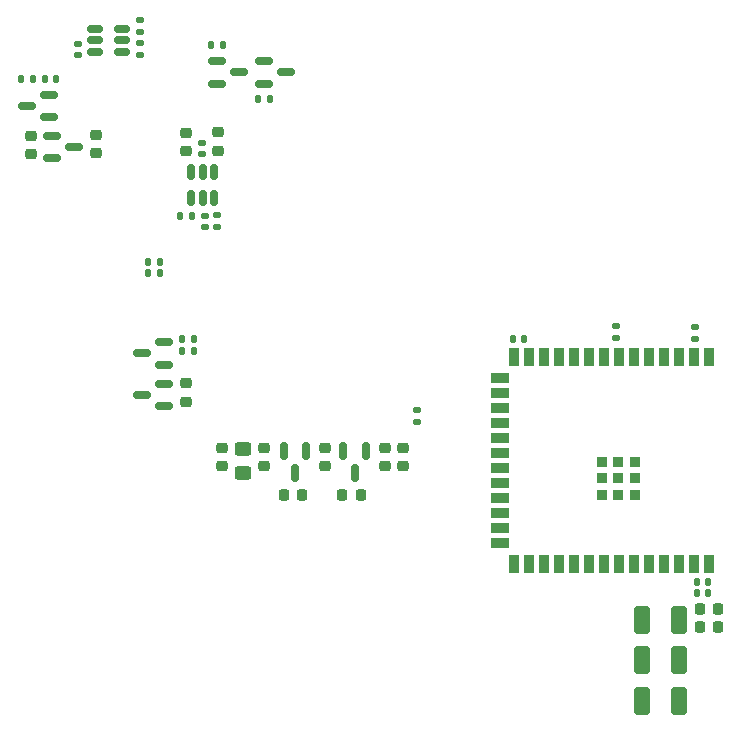
<source format=gbp>
%TF.GenerationSoftware,KiCad,Pcbnew,(7.0.0-93-gc189053ee5-dirty)*%
%TF.CreationDate,2023-02-21T15:15:17-08:00*%
%TF.ProjectId,ai-camera,61692d63-616d-4657-9261-2e6b69636164,rev1*%
%TF.SameCoordinates,PX5a995c0PY2aea540*%
%TF.FileFunction,Paste,Bot*%
%TF.FilePolarity,Positive*%
%FSLAX46Y46*%
G04 Gerber Fmt 4.6, Leading zero omitted, Abs format (unit mm)*
G04 Created by KiCad (PCBNEW (7.0.0-93-gc189053ee5-dirty)) date 2023-02-21 15:15:17*
%MOMM*%
%LPD*%
G01*
G04 APERTURE LIST*
G04 Aperture macros list*
%AMRoundRect*
0 Rectangle with rounded corners*
0 $1 Rounding radius*
0 $2 $3 $4 $5 $6 $7 $8 $9 X,Y pos of 4 corners*
0 Add a 4 corners polygon primitive as box body*
4,1,4,$2,$3,$4,$5,$6,$7,$8,$9,$2,$3,0*
0 Add four circle primitives for the rounded corners*
1,1,$1+$1,$2,$3*
1,1,$1+$1,$4,$5*
1,1,$1+$1,$6,$7*
1,1,$1+$1,$8,$9*
0 Add four rect primitives between the rounded corners*
20,1,$1+$1,$2,$3,$4,$5,0*
20,1,$1+$1,$4,$5,$6,$7,0*
20,1,$1+$1,$6,$7,$8,$9,0*
20,1,$1+$1,$8,$9,$2,$3,0*%
G04 Aperture macros list end*
%ADD10RoundRect,0.150000X-0.587500X-0.150000X0.587500X-0.150000X0.587500X0.150000X-0.587500X0.150000X0*%
%ADD11RoundRect,0.250000X0.412500X0.925000X-0.412500X0.925000X-0.412500X-0.925000X0.412500X-0.925000X0*%
%ADD12RoundRect,0.135000X0.135000X0.185000X-0.135000X0.185000X-0.135000X-0.185000X0.135000X-0.185000X0*%
%ADD13RoundRect,0.140000X0.170000X-0.140000X0.170000X0.140000X-0.170000X0.140000X-0.170000X-0.140000X0*%
%ADD14R,0.900000X0.900000*%
%ADD15R,0.900000X1.500000*%
%ADD16R,1.500000X0.900000*%
%ADD17RoundRect,0.140000X-0.170000X0.140000X-0.170000X-0.140000X0.170000X-0.140000X0.170000X0.140000X0*%
%ADD18RoundRect,0.225000X-0.250000X0.225000X-0.250000X-0.225000X0.250000X-0.225000X0.250000X0.225000X0*%
%ADD19RoundRect,0.135000X-0.135000X-0.185000X0.135000X-0.185000X0.135000X0.185000X-0.135000X0.185000X0*%
%ADD20RoundRect,0.140000X-0.140000X-0.170000X0.140000X-0.170000X0.140000X0.170000X-0.140000X0.170000X0*%
%ADD21RoundRect,0.150000X0.587500X0.150000X-0.587500X0.150000X-0.587500X-0.150000X0.587500X-0.150000X0*%
%ADD22RoundRect,0.140000X0.140000X0.170000X-0.140000X0.170000X-0.140000X-0.170000X0.140000X-0.170000X0*%
%ADD23RoundRect,0.150000X-0.150000X0.587500X-0.150000X-0.587500X0.150000X-0.587500X0.150000X0.587500X0*%
%ADD24RoundRect,0.225000X0.250000X-0.225000X0.250000X0.225000X-0.250000X0.225000X-0.250000X-0.225000X0*%
%ADD25RoundRect,0.135000X0.185000X-0.135000X0.185000X0.135000X-0.185000X0.135000X-0.185000X-0.135000X0*%
%ADD26RoundRect,0.150000X0.512500X0.150000X-0.512500X0.150000X-0.512500X-0.150000X0.512500X-0.150000X0*%
%ADD27RoundRect,0.135000X-0.185000X0.135000X-0.185000X-0.135000X0.185000X-0.135000X0.185000X0.135000X0*%
%ADD28RoundRect,0.225000X-0.225000X-0.250000X0.225000X-0.250000X0.225000X0.250000X-0.225000X0.250000X0*%
%ADD29RoundRect,0.150000X0.150000X-0.512500X0.150000X0.512500X-0.150000X0.512500X-0.150000X-0.512500X0*%
%ADD30RoundRect,0.250000X0.450000X-0.325000X0.450000X0.325000X-0.450000X0.325000X-0.450000X-0.325000X0*%
G04 APERTURE END LIST*
D10*
X20302500Y-13810000D03*
X20302500Y-11910000D03*
X22177500Y-12860000D03*
D11*
X59375000Y-62637500D03*
X56300000Y-62637500D03*
D12*
X15430000Y-28870000D03*
X14410000Y-28870000D03*
D13*
X60760000Y-35390000D03*
X60760000Y-34430000D03*
D14*
X52859999Y-48629999D03*
X54259999Y-48629999D03*
X55659999Y-48629999D03*
X52859999Y-47229999D03*
X54259999Y-47229999D03*
X55659999Y-47229999D03*
X52859999Y-45829999D03*
X54259999Y-45829999D03*
X55659999Y-45829999D03*
D15*
X61979999Y-54479999D03*
X60709999Y-54479999D03*
X59439999Y-54479999D03*
X58169999Y-54479999D03*
X56899999Y-54479999D03*
X55629999Y-54479999D03*
X54359999Y-54479999D03*
X53089999Y-54479999D03*
X51819999Y-54479999D03*
X50549999Y-54479999D03*
X49279999Y-54479999D03*
X48009999Y-54479999D03*
X46739999Y-54479999D03*
X45469999Y-54479999D03*
D16*
X44219999Y-52714999D03*
X44219999Y-51444999D03*
X44219999Y-50174999D03*
X44219999Y-48904999D03*
X44219999Y-47634999D03*
X44219999Y-46364999D03*
X44219999Y-45094999D03*
X44219999Y-43824999D03*
X44219999Y-42554999D03*
X44219999Y-41284999D03*
X44219999Y-40014999D03*
X44219999Y-38744999D03*
D15*
X45469999Y-36979999D03*
X46739999Y-36979999D03*
X48009999Y-36979999D03*
X49279999Y-36979999D03*
X50549999Y-36979999D03*
X51819999Y-36979999D03*
X53089999Y-36979999D03*
X54359999Y-36979999D03*
X55629999Y-36979999D03*
X56899999Y-36979999D03*
X58169999Y-36979999D03*
X59439999Y-36979999D03*
X60709999Y-36979999D03*
X61979999Y-36979999D03*
D17*
X20325000Y-24965000D03*
X20325000Y-25925000D03*
D18*
X17685000Y-17950000D03*
X17685000Y-19500000D03*
D13*
X37236400Y-42418000D03*
X37236400Y-41458000D03*
D19*
X17135000Y-25045000D03*
X18155000Y-25045000D03*
D18*
X10030000Y-18165000D03*
X10030000Y-19715000D03*
X20375000Y-17925000D03*
X20375000Y-19475000D03*
D20*
X60895000Y-56975000D03*
X61855000Y-56975000D03*
D21*
X15837500Y-39210000D03*
X15837500Y-41110000D03*
X13962500Y-40160000D03*
D22*
X6650000Y-13440000D03*
X5690000Y-13440000D03*
D18*
X29413200Y-44646900D03*
X29413200Y-46196900D03*
D17*
X8500000Y-10450000D03*
X8500000Y-11410000D03*
D11*
X59387500Y-66050000D03*
X56312500Y-66050000D03*
D23*
X30990200Y-44934900D03*
X32890200Y-44934900D03*
X31940200Y-46809900D03*
D22*
X46300000Y-35440000D03*
X45340000Y-35440000D03*
D24*
X20726400Y-46173800D03*
X20726400Y-44623800D03*
D25*
X13730000Y-9470000D03*
X13730000Y-8450000D03*
D19*
X19740000Y-10570000D03*
X20760000Y-10570000D03*
D17*
X19015000Y-18795000D03*
X19015000Y-19755000D03*
D10*
X6342500Y-20130000D03*
X6342500Y-18230000D03*
X8217500Y-19180000D03*
D20*
X60895000Y-55975000D03*
X61855000Y-55975000D03*
D21*
X6087500Y-14760000D03*
X6087500Y-16660000D03*
X4212500Y-15710000D03*
D26*
X12247500Y-9200000D03*
X12247500Y-10150000D03*
X12247500Y-11100000D03*
X9972500Y-11100000D03*
X9972500Y-10150000D03*
X9972500Y-9200000D03*
D27*
X13730000Y-10400000D03*
X13730000Y-11420000D03*
D18*
X24282400Y-44623800D03*
X24282400Y-46173800D03*
D19*
X17310000Y-36460000D03*
X18330000Y-36460000D03*
X3680000Y-13430000D03*
X4700000Y-13430000D03*
D12*
X18330000Y-35450000D03*
X17310000Y-35450000D03*
D28*
X61175000Y-59825000D03*
X62725000Y-59825000D03*
X30911200Y-48666400D03*
X32461200Y-48666400D03*
D18*
X4540000Y-18225000D03*
X4540000Y-19775000D03*
D17*
X54102000Y-34346000D03*
X54102000Y-35306000D03*
D28*
X61175000Y-58275000D03*
X62725000Y-58275000D03*
X25939200Y-48675400D03*
X27489200Y-48675400D03*
D17*
X19305000Y-24975000D03*
X19305000Y-25935000D03*
D11*
X59362500Y-59250000D03*
X56287500Y-59250000D03*
D29*
X20020000Y-23527500D03*
X19070000Y-23527500D03*
X18120000Y-23527500D03*
X18120000Y-21252500D03*
X19070000Y-21252500D03*
X20020000Y-21252500D03*
D30*
X22504400Y-46795800D03*
X22504400Y-44745800D03*
D18*
X34512200Y-44637900D03*
X34512200Y-46187900D03*
D12*
X24740000Y-15150000D03*
X23720000Y-15150000D03*
D18*
X17680000Y-39185000D03*
X17680000Y-40735000D03*
X36068000Y-44640200D03*
X36068000Y-46190200D03*
D23*
X25923200Y-44934900D03*
X27823200Y-44934900D03*
X26873200Y-46809900D03*
D10*
X24272500Y-13800000D03*
X24272500Y-11900000D03*
X26147500Y-12850000D03*
D19*
X14410000Y-29880000D03*
X15430000Y-29880000D03*
D21*
X15837500Y-35700000D03*
X15837500Y-37600000D03*
X13962500Y-36650000D03*
M02*

</source>
